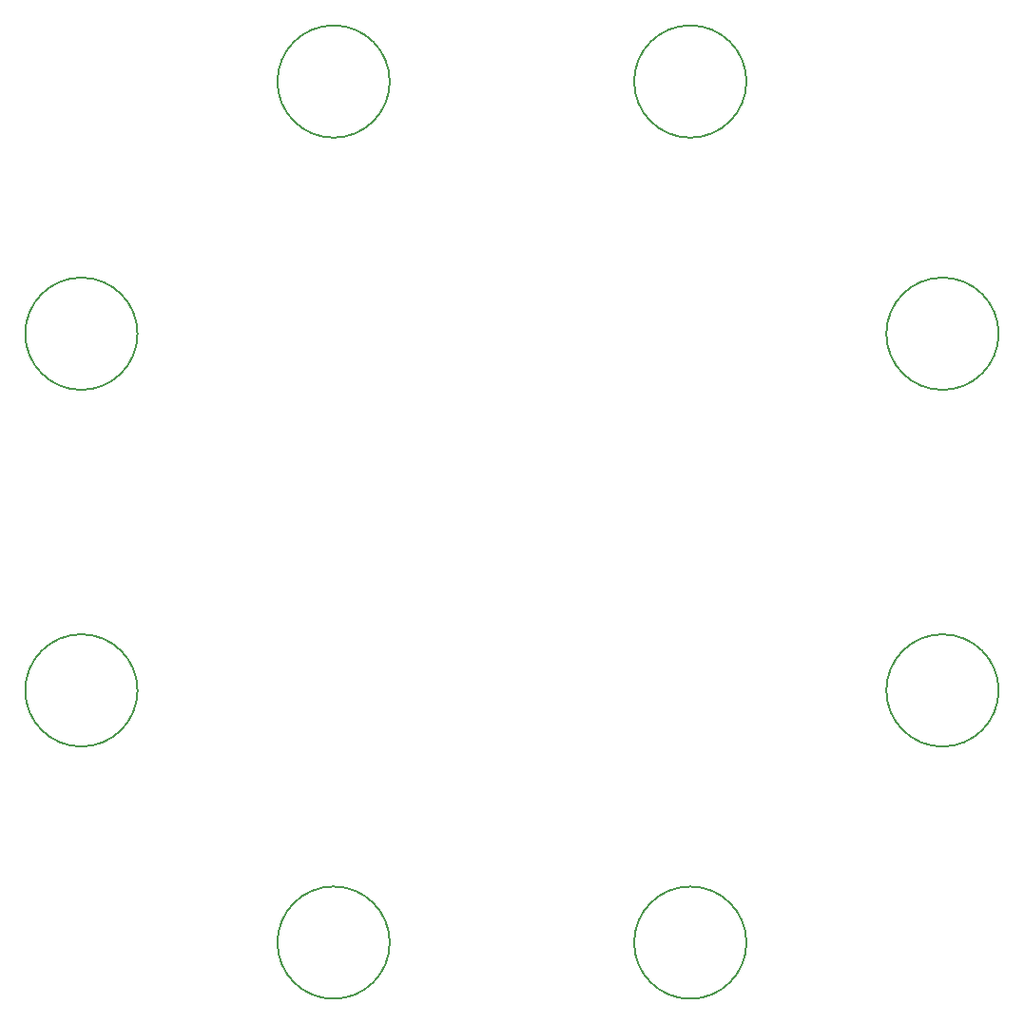
<source format=gbr>
%TF.GenerationSoftware,KiCad,Pcbnew,7.0.9*%
%TF.CreationDate,2024-05-16T17:58:55-06:00*%
%TF.ProjectId,KF50_Stepper_FT_1B_1O,4b463530-5f53-4746-9570-7065725f4654,rev?*%
%TF.SameCoordinates,Original*%
%TF.FileFunction,Other,Comment*%
%FSLAX46Y46*%
G04 Gerber Fmt 4.6, Leading zero omitted, Abs format (unit mm)*
G04 Created by KiCad (PCBNEW 7.0.9) date 2024-05-16 17:58:55*
%MOMM*%
%LPD*%
G01*
G04 APERTURE LIST*
%ADD10C,0.150000*%
G04 APERTURE END LIST*
D10*
%TO.C,H8*%
X43271001Y15821362D02*
G75*
G03*
X43271001Y15821362I-5000000J0D01*
G01*
%TO.C,H7*%
X43271001Y-15941362D02*
G75*
G03*
X43271001Y-15941362I-5000000J0D01*
G01*
%TO.C,H6*%
X20811362Y38281001D02*
G75*
G03*
X20811362Y38281001I-5000000J0D01*
G01*
%TO.C,Hm*%
X20811362Y-38401001D02*
G75*
G03*
X20811362Y-38401001I-5000000J0D01*
G01*
%TO.C,H4*%
X-10951362Y38281001D02*
G75*
G03*
X-10951362Y38281001I-5000000J0D01*
G01*
%TO.C,H3*%
X-10951362Y-38401001D02*
G75*
G03*
X-10951362Y-38401001I-5000000J0D01*
G01*
%TO.C,H2*%
X-33411001Y15821362D02*
G75*
G03*
X-33411001Y15821362I-5000000J0D01*
G01*
%TO.C,H1*%
X-33411001Y-15941362D02*
G75*
G03*
X-33411001Y-15941362I-5000000J0D01*
G01*
%TD*%
M02*

</source>
